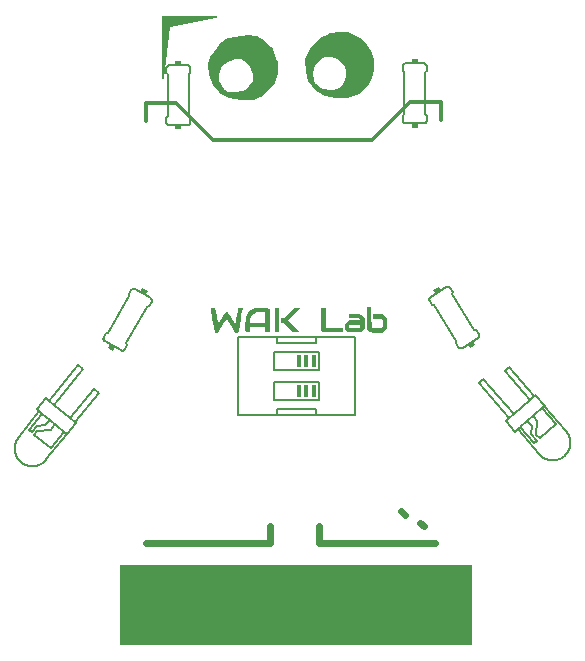
<source format=gto>
G04 EAGLE Gerber X2 export*
G75*
%MOMM*%
%FSLAX34Y34*%
%LPD*%
%AMOC8*
5,1,8,0,0,1.08239X$1,22.5*%
G01*
%ADD10R,29.800000X6.800000*%
%ADD11C,0.304800*%
%ADD12C,0.609600*%
%ADD13C,0.152400*%
%ADD14R,0.381000X1.016000*%
%ADD15R,0.508000X0.381000*%
%ADD16C,0.127000*%
%ADD17R,0.381000X0.508000*%

G36*
X243024Y463988D02*
X243024Y463988D01*
X243049Y463986D01*
X243124Y464002D01*
X243282Y464025D01*
X243334Y464048D01*
X243377Y464057D01*
X253377Y468057D01*
X253624Y468199D01*
X253642Y468218D01*
X253661Y468229D01*
X260661Y474229D01*
X260703Y474277D01*
X260752Y474318D01*
X260787Y474373D01*
X260849Y474443D01*
X260894Y474540D01*
X260933Y474600D01*
X263933Y481600D01*
X263946Y481646D01*
X263963Y481679D01*
X265963Y487679D01*
X266014Y487959D01*
X266012Y487981D01*
X266015Y488000D01*
X266015Y497000D01*
X266010Y497037D01*
X266013Y497074D01*
X265994Y497150D01*
X265975Y497282D01*
X265946Y497347D01*
X265933Y497400D01*
X262933Y504400D01*
X262892Y504468D01*
X262871Y504522D01*
X259871Y509522D01*
X259869Y509524D01*
X259869Y509525D01*
X259858Y509538D01*
X259692Y509743D01*
X259666Y509761D01*
X259650Y509780D01*
X253650Y514780D01*
X253572Y514828D01*
X253522Y514871D01*
X248522Y517871D01*
X248434Y517908D01*
X248377Y517943D01*
X243377Y519943D01*
X243353Y519949D01*
X243331Y519960D01*
X243255Y519973D01*
X243101Y520010D01*
X243044Y520008D01*
X243000Y520015D01*
X237000Y520015D01*
X236937Y520006D01*
X236888Y520009D01*
X227888Y519009D01*
X227878Y519006D01*
X227867Y519007D01*
X227810Y518989D01*
X227613Y518938D01*
X227577Y518918D01*
X227546Y518908D01*
X221546Y515908D01*
X221434Y515831D01*
X221366Y515793D01*
X216366Y511793D01*
X216279Y511700D01*
X216220Y511650D01*
X211220Y505650D01*
X211138Y505517D01*
X211092Y505454D01*
X207092Y497454D01*
X207055Y497343D01*
X207012Y497234D01*
X207011Y497211D01*
X207002Y497184D01*
X206990Y496900D01*
X206990Y496899D01*
X207990Y486899D01*
X208010Y486816D01*
X208015Y486754D01*
X210015Y478754D01*
X210028Y478722D01*
X210034Y478689D01*
X210070Y478619D01*
X210122Y478490D01*
X210164Y478437D01*
X210188Y478391D01*
X213188Y474391D01*
X213280Y474299D01*
X213369Y474205D01*
X213380Y474198D01*
X213389Y474190D01*
X213502Y474127D01*
X213614Y474061D01*
X213626Y474058D01*
X213637Y474052D01*
X213764Y474023D01*
X213890Y473991D01*
X213902Y473991D01*
X213914Y473988D01*
X213991Y473993D01*
X213986Y473942D01*
X213998Y473884D01*
X214000Y473826D01*
X214026Y473746D01*
X214042Y473663D01*
X214069Y473611D01*
X214087Y473555D01*
X214127Y473499D01*
X214173Y473411D01*
X214242Y473338D01*
X214282Y473282D01*
X218282Y469282D01*
X218509Y469111D01*
X218531Y469103D01*
X218546Y469092D01*
X224546Y466092D01*
X224605Y466072D01*
X224608Y466071D01*
X224611Y466070D01*
X224713Y466036D01*
X224780Y466009D01*
X233780Y464009D01*
X233922Y463998D01*
X234000Y463985D01*
X243000Y463985D01*
X243024Y463988D01*
G37*
G36*
X164024Y462988D02*
X164024Y462988D01*
X164049Y462986D01*
X164124Y463002D01*
X164282Y463025D01*
X164334Y463048D01*
X164377Y463057D01*
X169377Y465057D01*
X169573Y465170D01*
X169577Y465171D01*
X169578Y465173D01*
X169624Y465199D01*
X169642Y465218D01*
X169661Y465229D01*
X176661Y471229D01*
X176727Y471305D01*
X176780Y471350D01*
X181780Y477350D01*
X181803Y477387D01*
X181832Y477418D01*
X181865Y477487D01*
X181930Y477592D01*
X181951Y477668D01*
X181976Y477721D01*
X183976Y484721D01*
X184013Y484987D01*
X184015Y485000D01*
X184015Y495000D01*
X184012Y495024D01*
X184014Y495049D01*
X183998Y495124D01*
X183975Y495282D01*
X183952Y495334D01*
X183943Y495377D01*
X181943Y500377D01*
X181936Y500389D01*
X181933Y500400D01*
X178933Y507400D01*
X178920Y507421D01*
X178913Y507445D01*
X178868Y507507D01*
X178786Y507643D01*
X178744Y507682D01*
X178718Y507718D01*
X173718Y512718D01*
X173542Y512850D01*
X173504Y512881D01*
X166504Y516881D01*
X166482Y516890D01*
X166463Y516903D01*
X166391Y516926D01*
X166240Y516987D01*
X166185Y516992D01*
X166144Y517005D01*
X159144Y518005D01*
X158859Y518005D01*
X158845Y518001D01*
X158833Y518001D01*
X146833Y516001D01*
X146771Y515982D01*
X146721Y515976D01*
X139721Y513976D01*
X139691Y513963D01*
X139659Y513956D01*
X139590Y513918D01*
X139461Y513861D01*
X139410Y513818D01*
X139366Y513793D01*
X134366Y509793D01*
X134171Y509586D01*
X134164Y509572D01*
X134155Y509563D01*
X128155Y500563D01*
X128107Y500462D01*
X128067Y500400D01*
X125067Y493400D01*
X125043Y493310D01*
X125010Y493223D01*
X125007Y493180D01*
X124993Y493126D01*
X124995Y492964D01*
X124991Y492888D01*
X125991Y483888D01*
X126036Y483713D01*
X126049Y483644D01*
X129049Y475644D01*
X129050Y475642D01*
X129051Y475640D01*
X129060Y475624D01*
X129186Y475394D01*
X129207Y475372D01*
X129220Y475350D01*
X134220Y469350D01*
X134258Y469315D01*
X134282Y469282D01*
X135282Y468282D01*
X135329Y468247D01*
X135369Y468205D01*
X135442Y468162D01*
X135509Y468111D01*
X135564Y468090D01*
X135614Y468061D01*
X135696Y468040D01*
X135775Y468010D01*
X135833Y468005D01*
X135890Y467991D01*
X135974Y467993D01*
X136058Y467986D01*
X136116Y467998D01*
X136174Y468000D01*
X136254Y468026D01*
X136337Y468042D01*
X136389Y468069D01*
X136445Y468087D01*
X136501Y468127D01*
X136589Y468173D01*
X136662Y468242D01*
X136718Y468282D01*
X137294Y468858D01*
X137092Y468454D01*
X137086Y468436D01*
X137075Y468419D01*
X137041Y468301D01*
X137002Y468184D01*
X137001Y468165D01*
X136995Y468146D01*
X136995Y468023D01*
X136990Y467900D01*
X136994Y467882D01*
X136994Y467862D01*
X137028Y467743D01*
X137057Y467624D01*
X137067Y467607D01*
X137072Y467589D01*
X137137Y467484D01*
X137198Y467377D01*
X137212Y467364D01*
X137222Y467347D01*
X137278Y467299D01*
X137402Y467180D01*
X137447Y467156D01*
X137478Y467129D01*
X142478Y464129D01*
X142529Y464108D01*
X142575Y464078D01*
X142628Y464064D01*
X142644Y464056D01*
X142659Y464053D01*
X142740Y464019D01*
X142834Y464007D01*
X142899Y463990D01*
X152899Y462990D01*
X152956Y462992D01*
X153000Y462985D01*
X164000Y462985D01*
X164024Y462988D01*
G37*
%LPC*%
G36*
X142307Y469015D02*
X142307Y469015D01*
X139563Y470845D01*
X139454Y470897D01*
X139347Y470954D01*
X139326Y470959D01*
X139307Y470968D01*
X139188Y470988D01*
X139069Y471013D01*
X139048Y471011D01*
X139027Y471015D01*
X139014Y471014D01*
X139011Y471033D01*
X139014Y471058D01*
X138991Y471173D01*
X138973Y471288D01*
X138963Y471309D01*
X138958Y471337D01*
X138827Y471589D01*
X138826Y471590D01*
X134015Y478325D01*
X134015Y484792D01*
X136814Y491323D01*
X142450Y495080D01*
X148165Y496985D01*
X152760Y496985D01*
X158332Y494199D01*
X161089Y490523D01*
X162985Y484835D01*
X162985Y478338D01*
X157413Y470910D01*
X148889Y469015D01*
X142307Y469015D01*
G37*
%LPD*%
%LPC*%
G36*
X222298Y471986D02*
X222298Y471986D01*
X220601Y472834D01*
X217718Y475718D01*
X217648Y475770D01*
X217584Y475830D01*
X217535Y475856D01*
X217491Y475889D01*
X217409Y475920D01*
X217331Y475960D01*
X217284Y475968D01*
X217225Y475990D01*
X217077Y476002D01*
X217000Y476015D01*
X216011Y476015D01*
X216010Y476020D01*
X216014Y476058D01*
X215971Y476269D01*
X215963Y476321D01*
X214988Y479246D01*
X214032Y484983D01*
X214969Y489668D01*
X216834Y493399D01*
X220601Y497166D01*
X224240Y498985D01*
X229805Y498985D01*
X234498Y497107D01*
X238333Y494231D01*
X241065Y491500D01*
X241985Y486900D01*
X241985Y483125D01*
X241052Y479393D01*
X238232Y474693D01*
X234575Y471950D01*
X229962Y471028D01*
X222298Y471986D01*
G37*
%LPD*%
G36*
X87059Y479993D02*
X87059Y479993D01*
X87116Y479991D01*
X87199Y480013D01*
X87283Y480025D01*
X87336Y480049D01*
X87391Y480063D01*
X87464Y480107D01*
X87542Y480142D01*
X87586Y480179D01*
X87636Y480209D01*
X87694Y480271D01*
X87759Y480326D01*
X87791Y480374D01*
X87830Y480416D01*
X87869Y480492D01*
X87916Y480563D01*
X87930Y480611D01*
X87960Y480669D01*
X87978Y480779D01*
X88009Y480885D01*
X92925Y524150D01*
X132199Y532004D01*
X132239Y532019D01*
X132282Y532025D01*
X132373Y532065D01*
X132467Y532099D01*
X132502Y532123D01*
X132541Y532141D01*
X132617Y532205D01*
X132699Y532264D01*
X132725Y532297D01*
X132758Y532325D01*
X132813Y532408D01*
X132876Y532486D01*
X132892Y532526D01*
X132916Y532561D01*
X132946Y532657D01*
X132984Y532749D01*
X132988Y532792D01*
X133001Y532832D01*
X133004Y532932D01*
X133015Y533032D01*
X133007Y533074D01*
X133009Y533116D01*
X132983Y533213D01*
X132966Y533312D01*
X132948Y533350D01*
X132937Y533391D01*
X132886Y533477D01*
X132842Y533568D01*
X132813Y533599D01*
X132792Y533636D01*
X132718Y533704D01*
X132651Y533779D01*
X132615Y533801D01*
X132584Y533830D01*
X132495Y533876D01*
X132410Y533929D01*
X132369Y533940D01*
X132331Y533960D01*
X132255Y533972D01*
X132136Y534006D01*
X132068Y534004D01*
X132000Y534015D01*
X87000Y534015D01*
X86942Y534007D01*
X86884Y534009D01*
X86802Y533987D01*
X86719Y533975D01*
X86665Y533952D01*
X86609Y533937D01*
X86536Y533894D01*
X86459Y533859D01*
X86414Y533821D01*
X86364Y533792D01*
X86306Y533730D01*
X86242Y533676D01*
X86210Y533627D01*
X86170Y533584D01*
X86131Y533509D01*
X86085Y533439D01*
X86067Y533383D01*
X86040Y533331D01*
X86029Y533263D01*
X85999Y533168D01*
X85996Y533068D01*
X85985Y533000D01*
X85985Y481000D01*
X85997Y480916D01*
X85999Y480830D01*
X86017Y480775D01*
X86025Y480719D01*
X86059Y480641D01*
X86085Y480560D01*
X86117Y480512D01*
X86141Y480459D01*
X86196Y480394D01*
X86243Y480323D01*
X86287Y480286D01*
X86325Y480242D01*
X86396Y480195D01*
X86461Y480140D01*
X86513Y480117D01*
X86561Y480085D01*
X86642Y480059D01*
X86720Y480024D01*
X86777Y480016D01*
X86832Y479999D01*
X86917Y479997D01*
X87002Y479985D01*
X87059Y479993D01*
G37*
G36*
X149220Y265617D02*
X149220Y265617D01*
X149241Y265613D01*
X149881Y265723D01*
X149899Y265734D01*
X149926Y265740D01*
X150466Y266080D01*
X150478Y266097D01*
X150501Y266112D01*
X150971Y266762D01*
X150975Y266782D01*
X150990Y266802D01*
X151280Y267842D01*
X151279Y267847D01*
X151282Y267853D01*
X151932Y271513D01*
X152452Y274452D01*
X152532Y274882D01*
X152532Y274883D01*
X152532Y274884D01*
X152632Y275453D01*
X152732Y276013D01*
X152732Y276014D01*
X152802Y276421D01*
X152862Y276731D01*
X152862Y276732D01*
X152862Y276733D01*
X152922Y277063D01*
X153432Y279943D01*
X154102Y283693D01*
X154282Y284712D01*
X154392Y285271D01*
X154392Y285272D01*
X154392Y285273D01*
X154442Y285553D01*
X154442Y285557D01*
X154443Y285560D01*
X154483Y285890D01*
X154483Y285891D01*
X154484Y285891D01*
X154524Y286251D01*
X154521Y286261D01*
X154524Y286271D01*
X154507Y286307D01*
X154495Y286345D01*
X154486Y286349D01*
X154482Y286359D01*
X154429Y286378D01*
X154408Y286389D01*
X154404Y286388D01*
X154400Y286389D01*
X152650Y286389D01*
X152649Y286389D01*
X152648Y286389D01*
X151258Y286369D01*
X151253Y286367D01*
X151247Y286369D01*
X150787Y286319D01*
X150766Y286307D01*
X150742Y286305D01*
X150722Y286282D01*
X150701Y286271D01*
X150697Y286254D01*
X150684Y286239D01*
X150574Y285949D01*
X150574Y285939D01*
X150568Y285930D01*
X150428Y285240D01*
X150429Y285238D01*
X150428Y285237D01*
X150088Y283317D01*
X149868Y282097D01*
X149688Y281138D01*
X149688Y281136D01*
X149687Y281134D01*
X149638Y280816D01*
X149468Y279887D01*
X149138Y278077D01*
X148638Y275347D01*
X148458Y274388D01*
X148458Y274387D01*
X148398Y274057D01*
X148338Y273738D01*
X148338Y273736D01*
X148337Y273734D01*
X148288Y273419D01*
X148227Y273151D01*
X147943Y273524D01*
X147417Y274418D01*
X147416Y274419D01*
X147416Y274420D01*
X144776Y278710D01*
X144775Y278711D01*
X144774Y278713D01*
X142284Y282533D01*
X142265Y282545D01*
X142249Y282569D01*
X141689Y282939D01*
X141669Y282942D01*
X141649Y282956D01*
X141029Y283106D01*
X141009Y283102D01*
X140983Y283108D01*
X140693Y283068D01*
X140687Y283064D01*
X140678Y283065D01*
X140338Y282975D01*
X140321Y282962D01*
X140294Y282953D01*
X139454Y282303D01*
X139445Y282287D01*
X139426Y282273D01*
X137796Y279793D01*
X137796Y279792D01*
X137795Y279791D01*
X134305Y274242D01*
X133609Y273218D01*
X133520Y273439D01*
X133333Y274556D01*
X133332Y274556D01*
X132532Y279186D01*
X132532Y279187D01*
X131522Y284737D01*
X131462Y285067D01*
X131462Y285068D01*
X131392Y285437D01*
X131333Y285795D01*
X131331Y285798D01*
X131331Y285802D01*
X131271Y286072D01*
X131270Y286074D01*
X131270Y286078D01*
X131210Y286298D01*
X131189Y286324D01*
X131175Y286356D01*
X131159Y286362D01*
X131149Y286374D01*
X131125Y286377D01*
X131094Y286389D01*
X130814Y286399D01*
X130524Y286409D01*
X130522Y286408D01*
X130519Y286409D01*
X128699Y286389D01*
X128696Y286388D01*
X128693Y286389D01*
X127483Y286319D01*
X127476Y286316D01*
X127469Y286317D01*
X127433Y286294D01*
X127395Y286276D01*
X127393Y286268D01*
X127387Y286264D01*
X127371Y286196D01*
X127366Y286182D01*
X127367Y286181D01*
X127367Y286179D01*
X127477Y285309D01*
X127478Y285307D01*
X127478Y285303D01*
X127808Y283433D01*
X127808Y283432D01*
X127808Y283431D01*
X127868Y283132D01*
X127928Y282784D01*
X127928Y282783D01*
X127988Y282443D01*
X127988Y282442D01*
X127988Y282441D01*
X128048Y282141D01*
X128117Y281745D01*
X128217Y281145D01*
X128218Y281144D01*
X128318Y280554D01*
X128319Y280553D01*
X128318Y280551D01*
X128398Y280153D01*
X128447Y279855D01*
X128448Y279854D01*
X128508Y279504D01*
X128508Y279503D01*
X128508Y279501D01*
X128578Y279152D01*
X128628Y278864D01*
X128629Y278862D01*
X128628Y278860D01*
X128688Y278571D01*
X128747Y278244D01*
X128877Y277474D01*
X128878Y277474D01*
X128878Y277473D01*
X129378Y274733D01*
X129578Y273633D01*
X129628Y273344D01*
X129628Y273343D01*
X129748Y272673D01*
X129918Y271704D01*
X129918Y271703D01*
X130018Y271143D01*
X130088Y270734D01*
X130088Y270733D01*
X130088Y270732D01*
X130148Y270412D01*
X130148Y270411D01*
X130218Y270062D01*
X130278Y269714D01*
X130327Y269415D01*
X130328Y269413D01*
X130328Y269411D01*
X130388Y269101D01*
X130458Y268741D01*
X130718Y267362D01*
X130721Y267357D01*
X130721Y267349D01*
X130921Y266679D01*
X130935Y266663D01*
X130944Y266636D01*
X131374Y266116D01*
X131387Y266109D01*
X131397Y266094D01*
X131937Y265704D01*
X131963Y265699D01*
X131998Y265681D01*
X132598Y265621D01*
X132611Y265626D01*
X132628Y265622D01*
X133258Y265712D01*
X133279Y265725D01*
X133313Y265734D01*
X133963Y266204D01*
X133973Y266221D01*
X133992Y266234D01*
X134822Y267424D01*
X134823Y267428D01*
X134826Y267430D01*
X137256Y271420D01*
X139636Y275310D01*
X139636Y275311D01*
X139637Y275311D01*
X140187Y276231D01*
X140187Y276233D01*
X140188Y276234D01*
X140418Y276644D01*
X140419Y276647D01*
X140421Y276649D01*
X140608Y277024D01*
X140900Y277480D01*
X140902Y277478D01*
X141325Y276829D01*
X142194Y275410D01*
X143524Y273231D01*
X145034Y270741D01*
X146314Y268631D01*
X146314Y268630D01*
X147104Y267330D01*
X147106Y267329D01*
X147106Y267326D01*
X147696Y266436D01*
X147706Y266430D01*
X147712Y266417D01*
X148152Y265977D01*
X148167Y265971D01*
X148179Y265957D01*
X148639Y265697D01*
X148660Y265695D01*
X148683Y265682D01*
X149203Y265612D01*
X149220Y265617D01*
G37*
G36*
X158821Y265861D02*
X158821Y265861D01*
X160581Y265881D01*
X160583Y265881D01*
X160585Y265881D01*
X160627Y265901D01*
X160671Y265920D01*
X160671Y265922D01*
X160673Y265923D01*
X160704Y266004D01*
X160714Y267224D01*
X160734Y268443D01*
X160764Y270180D01*
X160789Y270801D01*
X172301Y270851D01*
X172303Y270852D01*
X172306Y270851D01*
X172347Y270871D01*
X172390Y270890D01*
X172391Y270892D01*
X172394Y270893D01*
X172424Y270975D01*
X172424Y273375D01*
X172423Y273378D01*
X172424Y273381D01*
X172404Y273422D01*
X172386Y273465D01*
X172383Y273466D01*
X172382Y273469D01*
X172300Y273499D01*
X160821Y273499D01*
X160725Y277449D01*
X162196Y280587D01*
X166333Y282951D01*
X173574Y282951D01*
X173436Y270946D01*
X173439Y270940D01*
X173436Y270932D01*
X173496Y270388D01*
X173506Y268454D01*
X173506Y267235D01*
X173496Y266006D01*
X173497Y266003D01*
X173496Y265999D01*
X173516Y265958D01*
X173533Y265916D01*
X173537Y265915D01*
X173538Y265911D01*
X173620Y265881D01*
X177240Y265881D01*
X177243Y265882D01*
X177246Y265881D01*
X177287Y265901D01*
X177330Y265919D01*
X177331Y265922D01*
X177334Y265923D01*
X177364Y266005D01*
X177364Y284905D01*
X177355Y284928D01*
X177351Y284961D01*
X177272Y285118D01*
X177192Y285288D01*
X177183Y285296D01*
X177179Y285311D01*
X176749Y285871D01*
X176731Y285881D01*
X176715Y285901D01*
X176115Y286271D01*
X176092Y286274D01*
X176065Y286288D01*
X175235Y286388D01*
X175228Y286386D01*
X175220Y286389D01*
X171560Y286399D01*
X171559Y286399D01*
X167239Y286359D01*
X167235Y286358D01*
X167231Y286359D01*
X165331Y286219D01*
X165313Y286210D01*
X165287Y286207D01*
X160117Y283777D01*
X160099Y283758D01*
X160063Y283728D01*
X157213Y278898D01*
X157210Y278877D01*
X157197Y278853D01*
X156927Y277013D01*
X156929Y277005D01*
X156926Y276997D01*
X156856Y271647D01*
X156856Y271646D01*
X156836Y267526D01*
X156837Y267524D01*
X156836Y267522D01*
X156876Y266022D01*
X156895Y265980D01*
X156911Y265938D01*
X156913Y265937D01*
X156914Y265935D01*
X156916Y265935D01*
X156917Y265933D01*
X156938Y265925D01*
X156990Y265901D01*
X157510Y265861D01*
X157515Y265863D01*
X157520Y265861D01*
X158820Y265861D01*
X158821Y265861D01*
G37*
G36*
X272342Y265711D02*
X272342Y265711D01*
X272362Y265720D01*
X272389Y265721D01*
X274929Y266811D01*
X274948Y266830D01*
X274984Y266857D01*
X276504Y269187D01*
X276508Y269208D01*
X276522Y269232D01*
X276752Y270432D01*
X276750Y270442D01*
X276754Y270453D01*
X276794Y273473D01*
X276794Y273475D01*
X276794Y273476D01*
X276774Y276136D01*
X276772Y276141D01*
X276774Y276148D01*
X276674Y277098D01*
X276665Y277114D01*
X276663Y277136D01*
X275693Y279276D01*
X275674Y279294D01*
X275653Y279325D01*
X273753Y280715D01*
X273733Y280720D01*
X273712Y280735D01*
X272372Y281095D01*
X272358Y281093D01*
X272342Y281099D01*
X268642Y281149D01*
X268641Y281149D01*
X268640Y281149D01*
X266040Y281149D01*
X266039Y281149D01*
X264959Y281139D01*
X264913Y281119D01*
X264870Y281100D01*
X264869Y281100D01*
X264869Y281099D01*
X264836Y281020D01*
X264816Y280480D01*
X264817Y280478D01*
X264816Y280476D01*
X264806Y279206D01*
X264796Y277426D01*
X264797Y277423D01*
X264796Y277420D01*
X264816Y277379D01*
X264834Y277336D01*
X264836Y277335D01*
X264838Y277332D01*
X264919Y277301D01*
X266689Y277291D01*
X266690Y277291D01*
X268458Y277291D01*
X271851Y277241D01*
X272555Y276903D01*
X272856Y276218D01*
X272906Y273435D01*
X272886Y271219D01*
X272838Y270427D01*
X272492Y269926D01*
X271982Y269599D01*
X268180Y269529D01*
X264428Y269608D01*
X263986Y269897D01*
X263642Y270360D01*
X263554Y271709D01*
X263534Y279025D01*
X263514Y285255D01*
X263514Y285256D01*
X263514Y285257D01*
X263474Y287517D01*
X263474Y287518D01*
X263454Y287563D01*
X263434Y287606D01*
X263434Y287607D01*
X263433Y287607D01*
X263352Y287639D01*
X261622Y287669D01*
X261620Y287668D01*
X261617Y287669D01*
X259857Y287629D01*
X259815Y287610D01*
X259771Y287592D01*
X259770Y287590D01*
X259768Y287589D01*
X259762Y287572D01*
X259736Y287512D01*
X259656Y286102D01*
X259657Y286099D01*
X259656Y286095D01*
X259656Y278715D01*
X259676Y269965D01*
X259682Y269951D01*
X259680Y269932D01*
X259740Y269712D01*
X259742Y269710D01*
X259742Y269707D01*
X259812Y269487D01*
X259819Y269479D01*
X259820Y269466D01*
X260920Y267406D01*
X260940Y267390D01*
X260962Y267361D01*
X262902Y266091D01*
X262913Y266089D01*
X262923Y266080D01*
X263210Y265961D01*
X263409Y265872D01*
X263418Y265872D01*
X263426Y265866D01*
X263636Y265806D01*
X263638Y265806D01*
X263641Y265804D01*
X263931Y265734D01*
X263945Y265737D01*
X263960Y265731D01*
X263969Y265731D01*
X268108Y265651D01*
X268110Y265652D01*
X268112Y265651D01*
X272342Y265711D01*
G37*
G36*
X253151Y265901D02*
X253151Y265901D01*
X253161Y265905D01*
X253174Y265903D01*
X254534Y266173D01*
X254548Y266182D01*
X254567Y266185D01*
X255477Y266655D01*
X255485Y266664D01*
X255499Y266669D01*
X256379Y267399D01*
X256386Y267412D01*
X256400Y267421D01*
X257210Y268521D01*
X257214Y268538D01*
X257227Y268554D01*
X257697Y269894D01*
X257696Y269907D01*
X257704Y269922D01*
X257804Y270842D01*
X257802Y270846D01*
X257803Y270846D01*
X257802Y270848D01*
X257804Y270854D01*
X257824Y273734D01*
X257824Y273735D01*
X257824Y273736D01*
X257814Y276236D01*
X257813Y276238D01*
X257814Y276241D01*
X257764Y277331D01*
X257754Y277351D01*
X257752Y277379D01*
X256712Y279529D01*
X256693Y279546D01*
X256673Y279575D01*
X254753Y280975D01*
X254732Y280980D01*
X254708Y280996D01*
X253348Y281316D01*
X253336Y281314D01*
X253321Y281319D01*
X249051Y281359D01*
X249050Y281359D01*
X245940Y281359D01*
X245939Y281359D01*
X244639Y281349D01*
X244638Y281349D01*
X244637Y281349D01*
X244593Y281329D01*
X244550Y281310D01*
X244549Y281309D01*
X244548Y281309D01*
X244516Y281227D01*
X244506Y280717D01*
X244506Y280716D01*
X244496Y279506D01*
X244486Y277806D01*
X244487Y277803D01*
X244486Y277799D01*
X244506Y277758D01*
X244524Y277716D01*
X244527Y277714D01*
X244528Y277711D01*
X244610Y277681D01*
X253130Y277681D01*
X253364Y277559D01*
X253749Y277278D01*
X254032Y276849D01*
X254126Y276255D01*
X254146Y273695D01*
X254126Y271350D01*
X254068Y270550D01*
X253813Y270076D01*
X253381Y269729D01*
X253119Y269589D01*
X249549Y269569D01*
X246733Y269569D01*
X245645Y269618D01*
X245355Y269724D01*
X245029Y270012D01*
X244755Y270333D01*
X244637Y270586D01*
X244758Y271742D01*
X245576Y272422D01*
X246692Y272451D01*
X249141Y272471D01*
X251890Y272481D01*
X251896Y272483D01*
X251902Y272481D01*
X252602Y272551D01*
X252637Y272570D01*
X252674Y272583D01*
X252679Y272594D01*
X252688Y272599D01*
X252695Y272624D01*
X252714Y272661D01*
X252764Y273111D01*
X252762Y273118D01*
X252764Y273125D01*
X252764Y274415D01*
X252764Y274416D01*
X252754Y275256D01*
X252754Y276085D01*
X252754Y276086D01*
X252754Y276087D01*
X252735Y276130D01*
X252716Y276175D01*
X252715Y276175D01*
X252715Y276176D01*
X252634Y276209D01*
X252326Y276219D01*
X252028Y276239D01*
X252026Y276238D01*
X252023Y276239D01*
X251583Y276249D01*
X251576Y276246D01*
X251568Y276249D01*
X251372Y276229D01*
X250477Y276199D01*
X248349Y276189D01*
X245749Y276169D01*
X245744Y276167D01*
X245738Y276169D01*
X244808Y276079D01*
X244795Y276072D01*
X244778Y276072D01*
X243568Y275642D01*
X243556Y275630D01*
X243536Y275625D01*
X242466Y274825D01*
X242457Y274809D01*
X242439Y274798D01*
X241419Y273378D01*
X241415Y273358D01*
X241400Y273337D01*
X240920Y271537D01*
X240922Y271521D01*
X240916Y271503D01*
X240936Y270163D01*
X240942Y270150D01*
X240940Y270133D01*
X241260Y268933D01*
X241272Y268918D01*
X241277Y268896D01*
X242067Y267716D01*
X242079Y267708D01*
X242087Y267693D01*
X243117Y266763D01*
X243131Y266758D01*
X243144Y266744D01*
X243854Y266384D01*
X243858Y266384D01*
X243862Y266380D01*
X244412Y266150D01*
X244417Y266150D01*
X244421Y266147D01*
X244507Y266118D01*
X244654Y266060D01*
X244657Y266060D01*
X244659Y266058D01*
X244889Y265978D01*
X244901Y265979D01*
X244914Y265972D01*
X245224Y265932D01*
X245230Y265933D01*
X245236Y265931D01*
X246596Y265891D01*
X246598Y265891D01*
X246599Y265891D01*
X249399Y265871D01*
X249400Y265871D01*
X249401Y265871D01*
X253151Y265901D01*
G37*
G36*
X235280Y265881D02*
X235280Y265881D01*
X239540Y265891D01*
X239543Y265892D01*
X239546Y265891D01*
X239587Y265911D01*
X239630Y265929D01*
X239631Y265932D01*
X239634Y265933D01*
X239664Y266015D01*
X239664Y269635D01*
X239663Y269638D01*
X239664Y269641D01*
X239644Y269682D01*
X239626Y269725D01*
X239623Y269726D01*
X239622Y269729D01*
X239540Y269759D01*
X232080Y269749D01*
X226043Y269749D01*
X224734Y269804D01*
X224734Y277985D01*
X224724Y284085D01*
X224724Y284086D01*
X224724Y284087D01*
X224684Y286247D01*
X224684Y286248D01*
X224663Y286294D01*
X224644Y286336D01*
X224644Y286337D01*
X224643Y286337D01*
X224562Y286369D01*
X222882Y286399D01*
X222880Y286398D01*
X222877Y286399D01*
X221117Y286359D01*
X221104Y286353D01*
X221088Y286355D01*
X220938Y286315D01*
X220909Y286293D01*
X220876Y286277D01*
X220871Y286263D01*
X220861Y286255D01*
X220859Y286229D01*
X220846Y286195D01*
X220866Y276775D01*
X220866Y276774D01*
X220916Y268114D01*
X220916Y268113D01*
X220916Y268112D01*
X220921Y268102D01*
X220919Y268088D01*
X221219Y266728D01*
X221234Y266706D01*
X221252Y266667D01*
X221682Y266237D01*
X221697Y266231D01*
X221709Y266217D01*
X222219Y265927D01*
X222253Y265923D01*
X222286Y265911D01*
X222300Y265918D01*
X222316Y265916D01*
X222332Y265930D01*
X224708Y265891D01*
X224709Y265891D01*
X224710Y265891D01*
X231010Y265881D01*
X235280Y265881D01*
X235280Y265881D01*
G37*
G36*
X202674Y265931D02*
X202674Y265931D01*
X202715Y265950D01*
X202758Y265967D01*
X202759Y265970D01*
X202762Y265972D01*
X202777Y266015D01*
X202794Y266057D01*
X202793Y266061D01*
X202794Y266065D01*
X202783Y266085D01*
X202762Y266139D01*
X202272Y266679D01*
X202269Y266680D01*
X202267Y266684D01*
X201067Y267864D01*
X194108Y274643D01*
X192652Y276127D01*
X192723Y276202D01*
X192839Y276326D01*
X192956Y276450D01*
X193073Y276575D01*
X193190Y276699D01*
X193306Y276823D01*
X193423Y276947D01*
X193498Y277028D01*
X196197Y279676D01*
X201797Y285136D01*
X201797Y285138D01*
X201799Y285139D01*
X201808Y285148D01*
X201929Y285272D01*
X202049Y285396D01*
X202170Y285521D01*
X202290Y285645D01*
X202411Y285769D01*
X202531Y285893D01*
X202651Y286018D01*
X202749Y286119D01*
X202764Y286158D01*
X202784Y286195D01*
X202781Y286202D01*
X202784Y286210D01*
X202766Y286247D01*
X202753Y286287D01*
X202746Y286291D01*
X202742Y286298D01*
X202717Y286306D01*
X202676Y286328D01*
X202216Y286388D01*
X202208Y286386D01*
X202200Y286389D01*
X200150Y286389D01*
X200149Y286389D01*
X197629Y286369D01*
X197625Y286368D01*
X197622Y286369D01*
X197542Y286333D01*
X195472Y284263D01*
X193402Y282203D01*
X189297Y278098D01*
X188718Y278079D01*
X188078Y278069D01*
X188077Y278069D01*
X188076Y278069D01*
X187438Y278049D01*
X186798Y278039D01*
X186797Y278039D01*
X186796Y278039D01*
X186753Y278019D01*
X186709Y277999D01*
X186708Y277998D01*
X186707Y277998D01*
X186676Y277916D01*
X186666Y277026D01*
X186646Y276128D01*
X186646Y276126D01*
X186646Y276125D01*
X186646Y274785D01*
X186647Y274782D01*
X186646Y274778D01*
X186676Y274278D01*
X186696Y274237D01*
X186714Y274196D01*
X186718Y274194D01*
X186720Y274190D01*
X186742Y274183D01*
X186794Y274161D01*
X187194Y274141D01*
X187197Y274142D01*
X187201Y274141D01*
X188091Y274151D01*
X188093Y274151D01*
X188094Y274151D01*
X189260Y274189D01*
X193262Y270187D01*
X196111Y267329D01*
X197287Y266112D01*
X197309Y266069D01*
X197323Y266058D01*
X197332Y266037D01*
X197402Y265967D01*
X197404Y265967D01*
X197404Y265965D01*
X197449Y265948D01*
X197493Y265931D01*
X197494Y265931D01*
X197496Y265931D01*
X197514Y265940D01*
X200136Y265851D01*
X200140Y265852D01*
X200144Y265851D01*
X202674Y265931D01*
G37*
G36*
X183411Y265861D02*
X183411Y265861D01*
X185221Y265881D01*
X185223Y265882D01*
X185226Y265881D01*
X185268Y265901D01*
X185311Y265920D01*
X185312Y265922D01*
X185314Y265923D01*
X185344Y266005D01*
X185344Y286245D01*
X185343Y286247D01*
X185344Y286249D01*
X185324Y286292D01*
X185306Y286335D01*
X185304Y286336D01*
X185303Y286338D01*
X185221Y286369D01*
X184351Y286379D01*
X184350Y286379D01*
X182240Y286379D01*
X182237Y286378D01*
X182233Y286379D01*
X181673Y286349D01*
X181631Y286328D01*
X181588Y286309D01*
X181588Y286307D01*
X181586Y286306D01*
X181580Y286289D01*
X181556Y286228D01*
X181506Y284138D01*
X181506Y284137D01*
X181506Y284135D01*
X181486Y276125D01*
X181486Y266015D01*
X181505Y265971D01*
X181523Y265926D01*
X181524Y265926D01*
X181524Y265925D01*
X181532Y265922D01*
X181603Y265891D01*
X182133Y265861D01*
X182136Y265862D01*
X182140Y265861D01*
X183410Y265861D01*
X183411Y265861D01*
G37*
D10*
X200000Y35000D03*
D11*
X98000Y460000D02*
X73000Y460000D01*
X98000Y460000D02*
X129000Y429000D01*
X264000Y429000D01*
X296000Y461000D01*
X322000Y461000D01*
X322000Y446000D01*
X73000Y445000D02*
X73000Y460000D01*
D12*
X73025Y87313D02*
X177800Y87313D01*
X219075Y87313D02*
X317500Y87313D01*
X292100Y111125D02*
X288925Y114300D01*
X304800Y104775D02*
X307975Y101600D01*
X219075Y101600D02*
X219075Y87313D01*
X177800Y87313D02*
X177800Y101600D01*
D13*
X249555Y195580D02*
X249555Y261620D01*
X150495Y261620D02*
X150495Y195580D01*
X183515Y195580D01*
X216535Y195580D02*
X216535Y200660D01*
X183515Y200660D01*
X183515Y195580D01*
X216535Y195580D02*
X249555Y195580D01*
X216535Y195580D02*
X183515Y195580D01*
X216535Y261620D02*
X249555Y261620D01*
X183515Y261620D02*
X183515Y256540D01*
X216535Y256540D01*
X216535Y261620D01*
X183515Y261620D02*
X150495Y261620D01*
X183515Y261620D02*
X216535Y261620D01*
X219075Y233680D02*
X180975Y233680D01*
X180975Y248920D01*
X219075Y248920D01*
X219075Y233680D01*
X219075Y208280D02*
X180975Y208280D01*
X180975Y223520D01*
X219075Y223520D01*
X219075Y208280D01*
D14*
X201930Y241300D03*
X208280Y241300D03*
X214630Y241300D03*
X201930Y215900D03*
X208280Y215900D03*
X214630Y215900D03*
D13*
X110173Y489585D02*
X110171Y489685D01*
X110165Y489784D01*
X110155Y489884D01*
X110142Y489982D01*
X110124Y490081D01*
X110103Y490178D01*
X110078Y490274D01*
X110049Y490370D01*
X110016Y490464D01*
X109980Y490557D01*
X109940Y490648D01*
X109896Y490738D01*
X109849Y490826D01*
X109799Y490912D01*
X109745Y490996D01*
X109688Y491078D01*
X109628Y491157D01*
X109564Y491235D01*
X109498Y491309D01*
X109429Y491381D01*
X109357Y491450D01*
X109283Y491516D01*
X109205Y491580D01*
X109126Y491640D01*
X109044Y491697D01*
X108960Y491751D01*
X108874Y491801D01*
X108786Y491848D01*
X108696Y491892D01*
X108605Y491932D01*
X108512Y491968D01*
X108418Y492001D01*
X108322Y492030D01*
X108226Y492055D01*
X108129Y492076D01*
X108030Y492094D01*
X107932Y492107D01*
X107832Y492117D01*
X107733Y492123D01*
X107633Y492125D01*
X92393Y492125D02*
X92293Y492123D01*
X92194Y492117D01*
X92094Y492107D01*
X91996Y492094D01*
X91897Y492076D01*
X91800Y492055D01*
X91704Y492030D01*
X91608Y492001D01*
X91514Y491968D01*
X91421Y491932D01*
X91330Y491892D01*
X91240Y491848D01*
X91152Y491801D01*
X91066Y491751D01*
X90982Y491697D01*
X90900Y491640D01*
X90821Y491580D01*
X90743Y491516D01*
X90669Y491450D01*
X90597Y491381D01*
X90528Y491309D01*
X90462Y491235D01*
X90398Y491157D01*
X90338Y491078D01*
X90281Y490996D01*
X90227Y490912D01*
X90177Y490826D01*
X90130Y490738D01*
X90086Y490648D01*
X90046Y490557D01*
X90010Y490464D01*
X89977Y490370D01*
X89948Y490274D01*
X89923Y490178D01*
X89902Y490081D01*
X89884Y489982D01*
X89871Y489884D01*
X89861Y489784D01*
X89855Y489685D01*
X89853Y489585D01*
X89853Y443865D02*
X89855Y443765D01*
X89861Y443666D01*
X89871Y443566D01*
X89884Y443468D01*
X89902Y443369D01*
X89923Y443272D01*
X89948Y443176D01*
X89977Y443080D01*
X90010Y442986D01*
X90046Y442893D01*
X90086Y442802D01*
X90130Y442712D01*
X90177Y442624D01*
X90227Y442538D01*
X90281Y442454D01*
X90338Y442372D01*
X90398Y442293D01*
X90462Y442215D01*
X90528Y442141D01*
X90597Y442069D01*
X90669Y442000D01*
X90743Y441934D01*
X90821Y441870D01*
X90900Y441810D01*
X90982Y441753D01*
X91066Y441699D01*
X91152Y441649D01*
X91240Y441602D01*
X91330Y441558D01*
X91421Y441518D01*
X91514Y441482D01*
X91608Y441449D01*
X91704Y441420D01*
X91800Y441395D01*
X91897Y441374D01*
X91996Y441356D01*
X92094Y441343D01*
X92194Y441333D01*
X92293Y441327D01*
X92393Y441325D01*
X107633Y441325D02*
X107733Y441327D01*
X107832Y441333D01*
X107932Y441343D01*
X108030Y441356D01*
X108129Y441374D01*
X108226Y441395D01*
X108322Y441420D01*
X108418Y441449D01*
X108512Y441482D01*
X108605Y441518D01*
X108696Y441558D01*
X108786Y441602D01*
X108874Y441649D01*
X108960Y441699D01*
X109044Y441753D01*
X109126Y441810D01*
X109205Y441870D01*
X109283Y441934D01*
X109357Y442000D01*
X109429Y442069D01*
X109498Y442141D01*
X109564Y442215D01*
X109628Y442293D01*
X109688Y442372D01*
X109745Y442454D01*
X109799Y442538D01*
X109849Y442624D01*
X109896Y442712D01*
X109940Y442802D01*
X109980Y442893D01*
X110016Y442986D01*
X110049Y443080D01*
X110078Y443176D01*
X110103Y443272D01*
X110124Y443369D01*
X110142Y443468D01*
X110155Y443566D01*
X110165Y443666D01*
X110171Y443765D01*
X110173Y443865D01*
X107633Y492125D02*
X92393Y492125D01*
X110173Y489585D02*
X110173Y485775D01*
X108903Y484505D01*
X89853Y485775D02*
X89853Y489585D01*
X89853Y485775D02*
X91123Y484505D01*
X108903Y448945D02*
X110173Y447675D01*
X108903Y448945D02*
X108903Y484505D01*
X91123Y448945D02*
X89853Y447675D01*
X91123Y448945D02*
X91123Y484505D01*
X110173Y447675D02*
X110173Y443865D01*
X89853Y443865D02*
X89853Y447675D01*
X92393Y441325D02*
X107633Y441325D01*
D15*
X100013Y439420D03*
X100013Y494030D03*
D13*
X307658Y493713D02*
X307758Y493711D01*
X307857Y493705D01*
X307957Y493695D01*
X308055Y493682D01*
X308154Y493664D01*
X308251Y493643D01*
X308347Y493618D01*
X308443Y493589D01*
X308537Y493556D01*
X308630Y493520D01*
X308721Y493480D01*
X308811Y493436D01*
X308899Y493389D01*
X308985Y493339D01*
X309069Y493285D01*
X309151Y493228D01*
X309230Y493168D01*
X309308Y493104D01*
X309382Y493038D01*
X309454Y492969D01*
X309523Y492897D01*
X309589Y492823D01*
X309653Y492745D01*
X309713Y492666D01*
X309770Y492584D01*
X309824Y492500D01*
X309874Y492414D01*
X309921Y492326D01*
X309965Y492236D01*
X310005Y492145D01*
X310041Y492052D01*
X310074Y491958D01*
X310103Y491862D01*
X310128Y491766D01*
X310149Y491669D01*
X310167Y491570D01*
X310180Y491472D01*
X310190Y491372D01*
X310196Y491273D01*
X310198Y491173D01*
X292418Y493713D02*
X292318Y493711D01*
X292219Y493705D01*
X292119Y493695D01*
X292021Y493682D01*
X291922Y493664D01*
X291825Y493643D01*
X291729Y493618D01*
X291633Y493589D01*
X291539Y493556D01*
X291446Y493520D01*
X291355Y493480D01*
X291265Y493436D01*
X291177Y493389D01*
X291091Y493339D01*
X291007Y493285D01*
X290925Y493228D01*
X290846Y493168D01*
X290768Y493104D01*
X290694Y493038D01*
X290622Y492969D01*
X290553Y492897D01*
X290487Y492823D01*
X290423Y492745D01*
X290363Y492666D01*
X290306Y492584D01*
X290252Y492500D01*
X290202Y492414D01*
X290155Y492326D01*
X290111Y492236D01*
X290071Y492145D01*
X290035Y492052D01*
X290002Y491958D01*
X289973Y491862D01*
X289948Y491766D01*
X289927Y491669D01*
X289909Y491570D01*
X289896Y491472D01*
X289886Y491372D01*
X289880Y491273D01*
X289878Y491173D01*
X289878Y445453D02*
X289880Y445353D01*
X289886Y445254D01*
X289896Y445154D01*
X289909Y445056D01*
X289927Y444957D01*
X289948Y444860D01*
X289973Y444764D01*
X290002Y444668D01*
X290035Y444574D01*
X290071Y444481D01*
X290111Y444390D01*
X290155Y444300D01*
X290202Y444212D01*
X290252Y444126D01*
X290306Y444042D01*
X290363Y443960D01*
X290423Y443881D01*
X290487Y443803D01*
X290553Y443729D01*
X290622Y443657D01*
X290694Y443588D01*
X290768Y443522D01*
X290846Y443458D01*
X290925Y443398D01*
X291007Y443341D01*
X291091Y443287D01*
X291177Y443237D01*
X291265Y443190D01*
X291355Y443146D01*
X291446Y443106D01*
X291539Y443070D01*
X291633Y443037D01*
X291729Y443008D01*
X291825Y442983D01*
X291922Y442962D01*
X292021Y442944D01*
X292119Y442931D01*
X292219Y442921D01*
X292318Y442915D01*
X292418Y442913D01*
X307658Y442913D02*
X307758Y442915D01*
X307857Y442921D01*
X307957Y442931D01*
X308055Y442944D01*
X308154Y442962D01*
X308251Y442983D01*
X308347Y443008D01*
X308443Y443037D01*
X308537Y443070D01*
X308630Y443106D01*
X308721Y443146D01*
X308811Y443190D01*
X308899Y443237D01*
X308985Y443287D01*
X309069Y443341D01*
X309151Y443398D01*
X309230Y443458D01*
X309308Y443522D01*
X309382Y443588D01*
X309454Y443657D01*
X309523Y443729D01*
X309589Y443803D01*
X309653Y443881D01*
X309713Y443960D01*
X309770Y444042D01*
X309824Y444126D01*
X309874Y444212D01*
X309921Y444300D01*
X309965Y444390D01*
X310005Y444481D01*
X310041Y444574D01*
X310074Y444668D01*
X310103Y444764D01*
X310128Y444860D01*
X310149Y444957D01*
X310167Y445056D01*
X310180Y445154D01*
X310190Y445254D01*
X310196Y445353D01*
X310198Y445453D01*
X307658Y493713D02*
X292418Y493713D01*
X310198Y491173D02*
X310198Y487363D01*
X308928Y486093D01*
X289878Y487363D02*
X289878Y491173D01*
X289878Y487363D02*
X291148Y486093D01*
X308928Y450533D02*
X310198Y449263D01*
X308928Y450533D02*
X308928Y486093D01*
X291148Y450533D02*
X289878Y449263D01*
X291148Y450533D02*
X291148Y486093D01*
X310198Y449263D02*
X310198Y445453D01*
X289878Y445453D02*
X289878Y449263D01*
X292418Y442913D02*
X307658Y442913D01*
D15*
X300038Y441008D03*
X300038Y495618D03*
D16*
X402360Y213005D02*
X410233Y203949D01*
X409855Y203621D01*
X428225Y182489D01*
X428459Y182212D01*
X428687Y181930D01*
X428908Y181643D01*
X429122Y181350D01*
X429328Y181053D01*
X429528Y180750D01*
X429720Y180443D01*
X429904Y180131D01*
X430081Y179814D01*
X430251Y179494D01*
X430412Y179169D01*
X430566Y178841D01*
X430712Y178509D01*
X430849Y178174D01*
X430979Y177835D01*
X431100Y177493D01*
X431213Y177149D01*
X431317Y176802D01*
X431414Y176452D01*
X431501Y176101D01*
X431580Y175747D01*
X431651Y175391D01*
X431713Y175034D01*
X431766Y174676D01*
X431811Y174316D01*
X431847Y173955D01*
X431874Y173594D01*
X431893Y173232D01*
X431902Y172870D01*
X431903Y172507D01*
X431896Y172145D01*
X431879Y171783D01*
X431854Y171421D01*
X431820Y171060D01*
X431777Y170700D01*
X431726Y170341D01*
X431666Y169984D01*
X431597Y169628D01*
X431520Y169274D01*
X431434Y168922D01*
X431339Y168572D01*
X431237Y168224D01*
X431126Y167879D01*
X431006Y167537D01*
X430879Y167197D01*
X430743Y166861D01*
X430599Y166529D01*
X430447Y166199D01*
X430287Y165874D01*
X430120Y165553D01*
X429944Y165235D01*
X429762Y164922D01*
X429571Y164614D01*
X429373Y164310D01*
X429168Y164011D01*
X428956Y163718D01*
X428737Y163429D01*
X428510Y163146D01*
X428277Y162868D01*
X428038Y162596D01*
X427792Y162330D01*
X427539Y162070D01*
X427280Y161816D01*
X427016Y161568D01*
X426745Y161327D01*
X426464Y161089D01*
X426178Y160858D01*
X425885Y160634D01*
X425588Y160417D01*
X425285Y160208D01*
X424977Y160006D01*
X424665Y159812D01*
X424347Y159625D01*
X424025Y159446D01*
X423699Y159275D01*
X423369Y159113D01*
X423035Y158958D01*
X422697Y158812D01*
X422356Y158674D01*
X422011Y158544D01*
X421664Y158423D01*
X421313Y158311D01*
X420960Y158207D01*
X420604Y158112D01*
X420246Y158025D01*
X419887Y157948D01*
X419525Y157879D01*
X419162Y157819D01*
X418797Y157768D01*
X418431Y157726D01*
X418065Y157693D01*
X417697Y157669D01*
X417329Y157654D01*
X416961Y157648D01*
X416593Y157651D01*
X416225Y157663D01*
X415858Y157685D01*
X415491Y157715D01*
X415125Y157754D01*
X414760Y157802D01*
X414396Y157859D01*
X414034Y157925D01*
X413673Y158000D01*
X413315Y158084D01*
X412959Y158176D01*
X412605Y158277D01*
X412253Y158387D01*
X411905Y158506D01*
X411559Y158633D01*
X411217Y158768D01*
X410878Y158912D01*
X410542Y159064D01*
X410211Y159224D01*
X409884Y159392D01*
X409560Y159569D01*
X409242Y159753D01*
X408927Y159945D01*
X408618Y160144D01*
X408314Y160351D01*
X408015Y160566D01*
X407721Y160788D01*
X407432Y161017D01*
X407150Y161253D01*
X406873Y161495D01*
X406602Y161745D01*
X406338Y162001D01*
X406080Y162263D01*
X405828Y162532D01*
X405583Y162807D01*
X405584Y162807D02*
X387214Y183939D01*
X384950Y181971D01*
X377077Y191027D01*
X380096Y193651D01*
X383870Y196932D01*
X397454Y208741D01*
X401228Y212021D01*
X402360Y213005D01*
X409855Y203621D02*
X407591Y201652D01*
X395516Y191155D01*
X389478Y185907D01*
X387214Y183939D01*
X407591Y201652D02*
X419400Y188068D01*
X405816Y176259D01*
X403191Y179277D01*
X403981Y190564D01*
X400700Y194337D01*
X395516Y191155D02*
X399452Y186627D01*
X398959Y179573D01*
X403551Y174290D01*
X401287Y172322D01*
X389478Y185907D01*
X401228Y212021D02*
X380234Y236172D01*
X376461Y232891D01*
X397454Y208741D01*
X383870Y196932D02*
X358283Y226365D01*
X354510Y223085D01*
X380096Y193651D01*
X13655Y189069D02*
X6103Y179743D01*
X5715Y180058D01*
X-11906Y158298D01*
X-11906Y158297D02*
X-12137Y158018D01*
X-12375Y157745D01*
X-12620Y157478D01*
X-12871Y157216D01*
X-13129Y156961D01*
X-13392Y156712D01*
X-13661Y156469D01*
X-13937Y156233D01*
X-14217Y156004D01*
X-14504Y155782D01*
X-14795Y155566D01*
X-15092Y155358D01*
X-15393Y155157D01*
X-15700Y154963D01*
X-16011Y154777D01*
X-16326Y154598D01*
X-16646Y154427D01*
X-16969Y154264D01*
X-17297Y154109D01*
X-17628Y153961D01*
X-17963Y153822D01*
X-18300Y153690D01*
X-18641Y153567D01*
X-18985Y153453D01*
X-19332Y153346D01*
X-19681Y153248D01*
X-20032Y153159D01*
X-20385Y153077D01*
X-20740Y153005D01*
X-21097Y152941D01*
X-21455Y152886D01*
X-21815Y152839D01*
X-22175Y152801D01*
X-22537Y152772D01*
X-22899Y152752D01*
X-23261Y152740D01*
X-23623Y152737D01*
X-23986Y152743D01*
X-24348Y152758D01*
X-24710Y152781D01*
X-25071Y152813D01*
X-25431Y152854D01*
X-25790Y152903D01*
X-26148Y152961D01*
X-26504Y153028D01*
X-26859Y153104D01*
X-27211Y153187D01*
X-27562Y153280D01*
X-27910Y153381D01*
X-28256Y153490D01*
X-28599Y153607D01*
X-28939Y153733D01*
X-29275Y153867D01*
X-29609Y154009D01*
X-29939Y154159D01*
X-30265Y154317D01*
X-30587Y154483D01*
X-30905Y154657D01*
X-31219Y154838D01*
X-31529Y155027D01*
X-31834Y155223D01*
X-32134Y155427D01*
X-32429Y155637D01*
X-32718Y155855D01*
X-33003Y156080D01*
X-33282Y156311D01*
X-33555Y156549D01*
X-33822Y156794D01*
X-34084Y157045D01*
X-34339Y157303D01*
X-34588Y157566D01*
X-34831Y157835D01*
X-35067Y158111D01*
X-35296Y158391D01*
X-35518Y158678D01*
X-35734Y158969D01*
X-35942Y159266D01*
X-36143Y159567D01*
X-36337Y159874D01*
X-36523Y160185D01*
X-36702Y160500D01*
X-36873Y160820D01*
X-37036Y161143D01*
X-37191Y161471D01*
X-37339Y161802D01*
X-37478Y162137D01*
X-37610Y162474D01*
X-37733Y162815D01*
X-37847Y163159D01*
X-37954Y163506D01*
X-38052Y163855D01*
X-38141Y164206D01*
X-38223Y164559D01*
X-38295Y164914D01*
X-38359Y165271D01*
X-38414Y165629D01*
X-38461Y165989D01*
X-38499Y166349D01*
X-38528Y166711D01*
X-38548Y167073D01*
X-38560Y167435D01*
X-38563Y167797D01*
X-38557Y168160D01*
X-38542Y168522D01*
X-38519Y168884D01*
X-38487Y169245D01*
X-38446Y169605D01*
X-38397Y169964D01*
X-38339Y170322D01*
X-38272Y170678D01*
X-38196Y171033D01*
X-38113Y171385D01*
X-38020Y171736D01*
X-37919Y172084D01*
X-37810Y172430D01*
X-37693Y172773D01*
X-37567Y173113D01*
X-37433Y173449D01*
X-37291Y173783D01*
X-37141Y174113D01*
X-36983Y174439D01*
X-36817Y174761D01*
X-36643Y175079D01*
X-36462Y175393D01*
X-36273Y175703D01*
X-36077Y176008D01*
X-35873Y176308D01*
X-35663Y176603D01*
X-35445Y176892D01*
X-35220Y177177D01*
X-35221Y177177D02*
X-17600Y198937D01*
X-19931Y200825D01*
X-12379Y210151D01*
X-9271Y207634D01*
X-5385Y204487D01*
X8604Y193159D01*
X12490Y190013D01*
X13655Y189069D01*
X5715Y180058D02*
X3383Y181946D01*
X-9051Y192015D01*
X-15268Y197049D01*
X-17600Y198937D01*
X3383Y181946D02*
X-7944Y167957D01*
X-21933Y179285D01*
X-19416Y182393D01*
X-8164Y183576D01*
X-5017Y187462D01*
X-9051Y192015D02*
X-12827Y187352D01*
X-19859Y186613D01*
X-24264Y181173D01*
X-26596Y183061D01*
X-15268Y197049D01*
X12490Y190013D02*
X32628Y214881D01*
X28742Y218028D01*
X8604Y193159D01*
X-5385Y204487D02*
X19159Y234796D01*
X15273Y237942D01*
X-9271Y207634D01*
D13*
X77379Y291368D02*
X77427Y291455D01*
X77472Y291545D01*
X77513Y291635D01*
X77550Y291728D01*
X77584Y291822D01*
X77614Y291917D01*
X77641Y292013D01*
X77663Y292110D01*
X77682Y292208D01*
X77697Y292306D01*
X77708Y292406D01*
X77716Y292505D01*
X77719Y292605D01*
X77718Y292704D01*
X77714Y292804D01*
X77705Y292904D01*
X77693Y293002D01*
X77676Y293101D01*
X77656Y293199D01*
X77632Y293295D01*
X77605Y293391D01*
X77573Y293486D01*
X77538Y293579D01*
X77499Y293671D01*
X77457Y293761D01*
X77411Y293850D01*
X77362Y293937D01*
X77309Y294021D01*
X77253Y294104D01*
X77194Y294184D01*
X77132Y294262D01*
X77067Y294338D01*
X76998Y294410D01*
X76927Y294480D01*
X76854Y294548D01*
X76777Y294612D01*
X76699Y294673D01*
X76618Y294731D01*
X76534Y294786D01*
X76449Y294838D01*
X63251Y302458D02*
X63164Y302506D01*
X63074Y302551D01*
X62984Y302592D01*
X62891Y302629D01*
X62797Y302663D01*
X62702Y302693D01*
X62606Y302720D01*
X62509Y302742D01*
X62411Y302761D01*
X62313Y302776D01*
X62213Y302787D01*
X62114Y302795D01*
X62014Y302798D01*
X61915Y302797D01*
X61815Y302793D01*
X61715Y302784D01*
X61617Y302772D01*
X61518Y302755D01*
X61420Y302735D01*
X61324Y302711D01*
X61228Y302684D01*
X61133Y302652D01*
X61040Y302617D01*
X60948Y302578D01*
X60858Y302536D01*
X60769Y302490D01*
X60682Y302441D01*
X60598Y302388D01*
X60515Y302332D01*
X60435Y302273D01*
X60357Y302211D01*
X60281Y302146D01*
X60209Y302077D01*
X60139Y302006D01*
X60071Y301933D01*
X60007Y301856D01*
X59946Y301778D01*
X59888Y301697D01*
X59833Y301613D01*
X59781Y301528D01*
X36921Y261933D02*
X36873Y261846D01*
X36828Y261756D01*
X36787Y261666D01*
X36750Y261573D01*
X36716Y261479D01*
X36686Y261384D01*
X36659Y261288D01*
X36637Y261191D01*
X36618Y261093D01*
X36603Y260995D01*
X36592Y260895D01*
X36584Y260796D01*
X36581Y260696D01*
X36582Y260597D01*
X36586Y260497D01*
X36595Y260397D01*
X36607Y260299D01*
X36624Y260200D01*
X36644Y260102D01*
X36668Y260006D01*
X36695Y259910D01*
X36727Y259815D01*
X36762Y259722D01*
X36801Y259630D01*
X36843Y259540D01*
X36889Y259451D01*
X36938Y259364D01*
X36991Y259280D01*
X37047Y259197D01*
X37106Y259117D01*
X37168Y259039D01*
X37233Y258963D01*
X37302Y258891D01*
X37373Y258821D01*
X37446Y258753D01*
X37523Y258689D01*
X37601Y258628D01*
X37682Y258570D01*
X37766Y258515D01*
X37851Y258463D01*
X51049Y250843D02*
X51136Y250795D01*
X51226Y250750D01*
X51316Y250709D01*
X51409Y250672D01*
X51503Y250638D01*
X51598Y250608D01*
X51694Y250581D01*
X51791Y250559D01*
X51889Y250540D01*
X51987Y250525D01*
X52087Y250514D01*
X52186Y250506D01*
X52286Y250503D01*
X52385Y250504D01*
X52485Y250508D01*
X52585Y250517D01*
X52683Y250529D01*
X52782Y250546D01*
X52880Y250566D01*
X52976Y250590D01*
X53072Y250617D01*
X53167Y250649D01*
X53260Y250684D01*
X53352Y250723D01*
X53442Y250765D01*
X53531Y250811D01*
X53618Y250860D01*
X53702Y250913D01*
X53785Y250969D01*
X53865Y251028D01*
X53943Y251090D01*
X54019Y251155D01*
X54091Y251224D01*
X54161Y251295D01*
X54229Y251368D01*
X54293Y251445D01*
X54354Y251523D01*
X54412Y251604D01*
X54467Y251688D01*
X54519Y251773D01*
X76449Y294837D02*
X63251Y302457D01*
X77379Y291368D02*
X75474Y288068D01*
X73739Y287603D01*
X57876Y298228D02*
X59781Y301528D01*
X57876Y298228D02*
X58341Y296493D01*
X55959Y256807D02*
X56424Y255073D01*
X55959Y256807D02*
X73739Y287603D01*
X40561Y265697D02*
X38826Y265233D01*
X40561Y265697D02*
X58341Y296493D01*
X56424Y255073D02*
X54519Y251773D01*
X36921Y261933D02*
X38826Y265233D01*
X37851Y258463D02*
X51049Y250843D01*
D17*
G36*
X40345Y252625D02*
X42250Y255923D01*
X46649Y253383D01*
X44744Y250085D01*
X40345Y252625D01*
G37*
G36*
X67650Y299918D02*
X69555Y303216D01*
X73954Y300676D01*
X72049Y297378D01*
X67650Y299918D01*
G37*
D13*
X326617Y304192D02*
X326703Y304243D01*
X326790Y304291D01*
X326880Y304335D01*
X326971Y304376D01*
X327063Y304413D01*
X327157Y304447D01*
X327252Y304477D01*
X327349Y304503D01*
X327446Y304525D01*
X327544Y304543D01*
X327642Y304558D01*
X327742Y304568D01*
X327841Y304575D01*
X327941Y304578D01*
X328041Y304577D01*
X328140Y304572D01*
X328240Y304563D01*
X328338Y304550D01*
X328437Y304533D01*
X328534Y304513D01*
X328631Y304489D01*
X328727Y304460D01*
X328821Y304429D01*
X328915Y304393D01*
X329006Y304354D01*
X329096Y304311D01*
X329185Y304265D01*
X329271Y304215D01*
X329356Y304162D01*
X329438Y304106D01*
X329518Y304046D01*
X329596Y303984D01*
X329671Y303918D01*
X329743Y303850D01*
X329813Y303778D01*
X329880Y303704D01*
X329944Y303628D01*
X330005Y303549D01*
X330063Y303468D01*
X330117Y303384D01*
X313693Y296117D02*
X313609Y296063D01*
X313528Y296005D01*
X313449Y295944D01*
X313373Y295880D01*
X313299Y295813D01*
X313227Y295743D01*
X313159Y295671D01*
X313093Y295596D01*
X313031Y295518D01*
X312971Y295438D01*
X312915Y295356D01*
X312862Y295271D01*
X312812Y295185D01*
X312766Y295096D01*
X312723Y295006D01*
X312684Y294914D01*
X312648Y294821D01*
X312617Y294727D01*
X312588Y294631D01*
X312564Y294534D01*
X312544Y294437D01*
X312527Y294338D01*
X312514Y294240D01*
X312505Y294140D01*
X312500Y294041D01*
X312499Y293941D01*
X312502Y293841D01*
X312509Y293742D01*
X312519Y293642D01*
X312534Y293544D01*
X312552Y293446D01*
X312574Y293349D01*
X312600Y293252D01*
X312630Y293157D01*
X312664Y293063D01*
X312701Y292971D01*
X312742Y292880D01*
X312786Y292790D01*
X312834Y292703D01*
X312885Y292617D01*
X337113Y253844D02*
X337167Y253760D01*
X337225Y253679D01*
X337286Y253600D01*
X337350Y253524D01*
X337417Y253450D01*
X337487Y253378D01*
X337559Y253310D01*
X337634Y253244D01*
X337712Y253182D01*
X337792Y253122D01*
X337874Y253066D01*
X337959Y253013D01*
X338045Y252963D01*
X338134Y252917D01*
X338224Y252874D01*
X338315Y252835D01*
X338409Y252799D01*
X338503Y252768D01*
X338599Y252739D01*
X338696Y252715D01*
X338793Y252695D01*
X338892Y252678D01*
X338990Y252665D01*
X339090Y252656D01*
X339189Y252651D01*
X339289Y252650D01*
X339389Y252653D01*
X339488Y252660D01*
X339588Y252670D01*
X339686Y252685D01*
X339784Y252703D01*
X339881Y252725D01*
X339978Y252751D01*
X340073Y252781D01*
X340167Y252815D01*
X340259Y252852D01*
X340350Y252893D01*
X340440Y252937D01*
X340527Y252985D01*
X340613Y253036D01*
X353537Y261112D02*
X353621Y261166D01*
X353702Y261224D01*
X353781Y261285D01*
X353857Y261349D01*
X353931Y261416D01*
X354003Y261486D01*
X354071Y261558D01*
X354137Y261633D01*
X354199Y261711D01*
X354259Y261791D01*
X354315Y261873D01*
X354368Y261958D01*
X354418Y262044D01*
X354464Y262133D01*
X354507Y262223D01*
X354546Y262315D01*
X354582Y262408D01*
X354613Y262502D01*
X354642Y262598D01*
X354666Y262695D01*
X354686Y262792D01*
X354703Y262891D01*
X354716Y262989D01*
X354725Y263089D01*
X354730Y263188D01*
X354731Y263288D01*
X354728Y263388D01*
X354721Y263487D01*
X354711Y263587D01*
X354696Y263685D01*
X354678Y263783D01*
X354656Y263880D01*
X354630Y263977D01*
X354600Y264072D01*
X354566Y264166D01*
X354529Y264258D01*
X354488Y264349D01*
X354444Y264439D01*
X354396Y264526D01*
X354345Y264612D01*
X326617Y304193D02*
X313693Y296117D01*
X330117Y303384D02*
X332136Y300153D01*
X331732Y298403D01*
X314904Y289385D02*
X312885Y292617D01*
X314904Y289385D02*
X316654Y288981D01*
X350576Y268247D02*
X352326Y267843D01*
X350576Y268247D02*
X331732Y298403D01*
X335498Y258825D02*
X335094Y257075D01*
X335498Y258825D02*
X316654Y288981D01*
X352326Y267843D02*
X354345Y264612D01*
X337113Y253844D02*
X335094Y257075D01*
X340613Y253036D02*
X353537Y261112D01*
D17*
G36*
X346941Y252497D02*
X344922Y255727D01*
X349229Y258419D01*
X351248Y255189D01*
X346941Y252497D01*
G37*
G36*
X318002Y298809D02*
X315983Y302039D01*
X320290Y304731D01*
X322309Y301501D01*
X318002Y298809D01*
G37*
M02*

</source>
